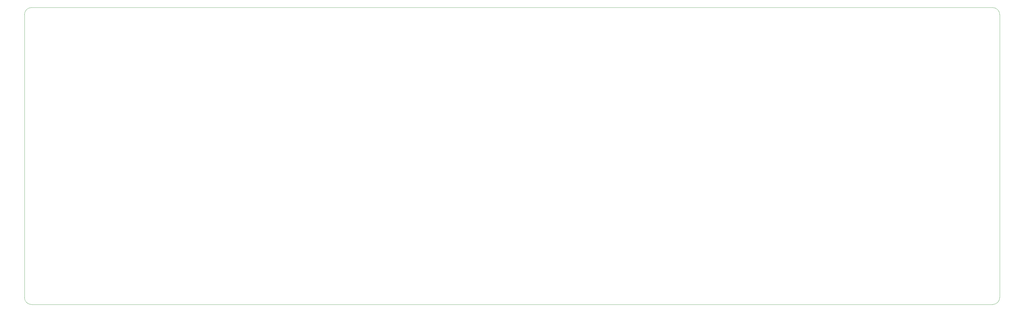
<source format=gbr>
G04 #@! TF.GenerationSoftware,KiCad,Pcbnew,(5.1.12)-1*
G04 #@! TF.CreationDate,2021-12-07T21:17:56+01:00*
G04 #@! TF.ProjectId,zzelia65,7a7a656c-6961-4363-952e-6b696361645f,rev?*
G04 #@! TF.SameCoordinates,Original*
G04 #@! TF.FileFunction,Profile,NP*
%FSLAX46Y46*%
G04 Gerber Fmt 4.6, Leading zero omitted, Abs format (unit mm)*
G04 Created by KiCad (PCBNEW (5.1.12)-1) date 2021-12-07 21:17:56*
%MOMM*%
%LPD*%
G01*
G04 APERTURE LIST*
G04 #@! TA.AperFunction,Profile*
%ADD10C,0.050000*%
G04 #@! TD*
G04 APERTURE END LIST*
D10*
X42862500Y-135731250D02*
X368300000Y-135731250D01*
X40481250Y-37306250D02*
X40481250Y-133350000D01*
X368300000Y-34925000D02*
X42862500Y-34925000D01*
X40481250Y-37306250D02*
G75*
G02*
X42862500Y-34925000I2381250J0D01*
G01*
X370681250Y-37306250D02*
X370681250Y-133350000D01*
X42862500Y-135731250D02*
G75*
G02*
X40481250Y-133350000I0J2381250D01*
G01*
X368300000Y-34925000D02*
G75*
G02*
X370681250Y-37306250I0J-2381250D01*
G01*
X370681250Y-133350000D02*
G75*
G02*
X368300000Y-135731250I-2381250J0D01*
G01*
M02*

</source>
